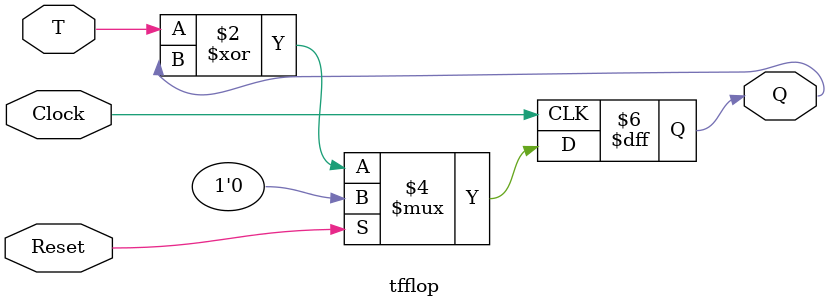
<source format=sv>
module part1(Clock, Enable, Reset, CounterValue);
    input logic Clock, Enable, Reset;
    output logic [7:0] CounterValue;
    logic [6:0] w;
    tfflop t0(.T(Enable), .Clock(Clock), .Reset(Reset), .Q(CounterValue[0]));
    assign w[0]=CounterValue[0] & Enable;
    tfflop t1(.T(w[0]), .Clock(Clock), .Reset(Reset), .Q(CounterValue[1]));
    assign w[1]=CounterValue[1] & w[0];
    tfflop t2(.T(w[1]), .Clock(Clock), .Reset(Reset), .Q(CounterValue[2]));
    assign w[2]=CounterValue[2] & w[1];
    tfflop t3(.T(w[2]), .Clock(Clock), .Reset(Reset), .Q(CounterValue[3]));
    assign w[3]=CounterValue[3] & w[2];
    tfflop t4(.T(w[3]), .Clock(Clock), .Reset(Reset), .Q(CounterValue[4]));
    assign w[4]=CounterValue[4] & w[3];
    tfflop t5(.T(w[4]), .Clock(Clock), .Reset(Reset), .Q(CounterValue[5]));
    assign w[5]=CounterValue[5] & w[4];
    tfflop t6(.T(w[5]), .Clock(Clock), .Reset(Reset), .Q(CounterValue[6]));
    assign w[6]=CounterValue[6] & w[5];
    tfflop t7(.T(w[6]), .Clock(Clock), .Reset(Reset), .Q(CounterValue[7]));
endmodule

module tfflop(T, Clock, Reset, Q);
    input logic T, Clock, Reset;
    output logic Q;
    always_ff@(posedge Clock) begin
        if (Reset) begin
            Q <= 0;
        end else begin
            Q <= T ^ Q;
        end
    end
endmodule
</source>
